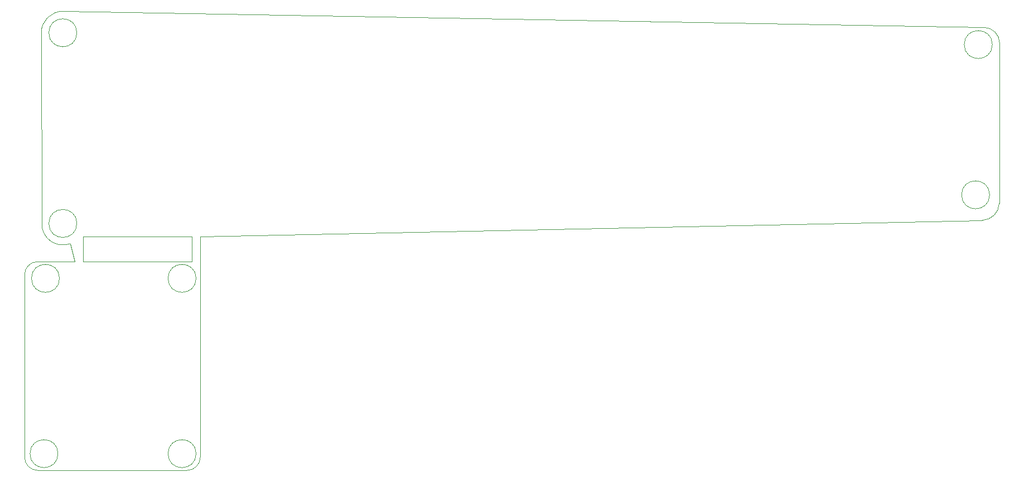
<source format=gbr>
%TF.GenerationSoftware,KiCad,Pcbnew,9.0.2*%
%TF.CreationDate,2025-11-21T15:49:55+05:30*%
%TF.ProjectId,Handpad,48616e64-7061-4642-9e6b-696361645f70,rev?*%
%TF.SameCoordinates,Original*%
%TF.FileFunction,Profile,NP*%
%FSLAX46Y46*%
G04 Gerber Fmt 4.6, Leading zero omitted, Abs format (unit mm)*
G04 Created by KiCad (PCBNEW 9.0.2) date 2025-11-21 15:49:55*
%MOMM*%
%LPD*%
G01*
G04 APERTURE LIST*
%TA.AperFunction,Profile*%
%ADD10C,0.050000*%
%TD*%
G04 APERTURE END LIST*
D10*
X72390000Y-121380000D02*
X72390000Y-149130000D01*
X80010000Y-119380000D02*
X74390000Y-119380000D01*
X220345000Y-110490000D02*
X220418758Y-86176817D01*
X217994514Y-83731052D02*
G75*
G02*
X220418744Y-86176817I-21614J-2445748D01*
G01*
X74930000Y-84558888D02*
X75010785Y-113674136D01*
X74390000Y-151130000D02*
X97060000Y-151130000D01*
X80329061Y-113570000D02*
G75*
G02*
X76070939Y-113570000I-2129061J0D01*
G01*
X76070939Y-113570000D02*
G75*
G02*
X80329061Y-113570000I2129061J0D01*
G01*
X219299061Y-86360000D02*
G75*
G02*
X215040939Y-86360000I-2129061J0D01*
G01*
X215040939Y-86360000D02*
G75*
G02*
X219299061Y-86360000I2129061J0D01*
G01*
X74390000Y-151130000D02*
G75*
G02*
X72390000Y-149130000I0J2000000D01*
G01*
X79321200Y-116641788D02*
X80010000Y-119380000D01*
X79321200Y-116641788D02*
G75*
G02*
X75010745Y-113664781I-1121200J2985688D01*
G01*
X99060000Y-115570000D02*
X217774643Y-113091611D01*
X99060000Y-149130000D02*
X99060000Y-119380000D01*
X97790000Y-115570000D02*
X81280000Y-115570000D01*
X81280000Y-119380000D02*
X97790000Y-119380000D01*
X80329061Y-84567800D02*
G75*
G02*
X76070939Y-84567800I-2129061J0D01*
G01*
X76070939Y-84567800D02*
G75*
G02*
X80329061Y-84567800I2129061J0D01*
G01*
X97790000Y-119380000D02*
X97790000Y-115570000D01*
X77470000Y-148590000D02*
G75*
G02*
X73211878Y-148590000I-2129061J0D01*
G01*
X73211878Y-148590000D02*
G75*
G02*
X77470000Y-148590000I2129061J0D01*
G01*
X99060000Y-149130000D02*
G75*
G02*
X97060000Y-151130000I-2000000J0D01*
G01*
X98425000Y-148590000D02*
G75*
G02*
X94166878Y-148590000I-2129061J0D01*
G01*
X94166878Y-148590000D02*
G75*
G02*
X98425000Y-148590000I2129061J0D01*
G01*
X217994456Y-83731052D02*
X78228936Y-81297929D01*
X220345000Y-110490000D02*
G75*
G02*
X217774638Y-113091611I-2635000J32800D01*
G01*
X81280000Y-115570000D02*
X81280000Y-119380000D01*
X99060000Y-119380000D02*
X99060000Y-115570000D01*
X218888122Y-109220000D02*
G75*
G02*
X214630000Y-109220000I-2129061J0D01*
G01*
X214630000Y-109220000D02*
G75*
G02*
X218888122Y-109220000I2129061J0D01*
G01*
X77694061Y-121920000D02*
G75*
G02*
X73435939Y-121920000I-2129061J0D01*
G01*
X73435939Y-121920000D02*
G75*
G02*
X77694061Y-121920000I2129061J0D01*
G01*
X72390000Y-121380000D02*
G75*
G02*
X74390000Y-119380000I2000000J0D01*
G01*
X98425000Y-121920000D02*
G75*
G02*
X94166878Y-121920000I-2129061J0D01*
G01*
X94166878Y-121920000D02*
G75*
G02*
X98425000Y-121920000I2129061J0D01*
G01*
X74930000Y-84567777D02*
G75*
G02*
X78228936Y-81297928I3270000J-23D01*
G01*
M02*

</source>
